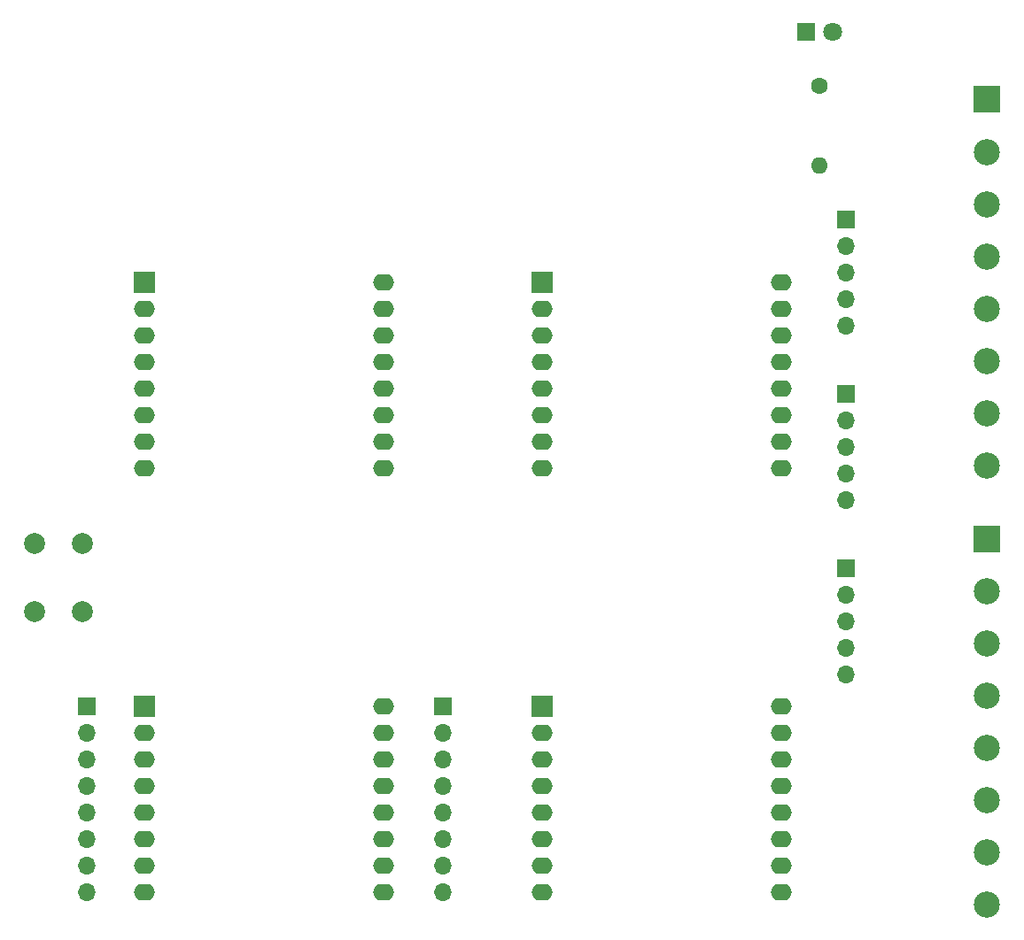
<source format=gbr>
%TF.GenerationSoftware,KiCad,Pcbnew,8.0.3*%
%TF.CreationDate,2024-06-10T16:35:51-04:00*%
%TF.ProjectId,Kicad 8,4b696361-6420-4382-9e6b-696361645f70,rev?*%
%TF.SameCoordinates,Original*%
%TF.FileFunction,Soldermask,Bot*%
%TF.FilePolarity,Negative*%
%FSLAX46Y46*%
G04 Gerber Fmt 4.6, Leading zero omitted, Abs format (unit mm)*
G04 Created by KiCad (PCBNEW 8.0.3) date 2024-06-10 16:35:51*
%MOMM*%
%LPD*%
G01*
G04 APERTURE LIST*
%ADD10C,2.000000*%
%ADD11R,2.000000X2.000000*%
%ADD12O,2.000000X1.600000*%
%ADD13R,1.700000X1.700000*%
%ADD14O,1.700000X1.700000*%
%ADD15C,1.600000*%
%ADD16O,1.600000X1.600000*%
%ADD17R,2.500000X2.500000*%
%ADD18C,2.500000*%
%ADD19R,1.800000X1.800000*%
%ADD20C,1.800000*%
G04 APERTURE END LIST*
D10*
%TO.C,SW1*%
X83000000Y-85500000D03*
X83000000Y-79000000D03*
X87500000Y-85500000D03*
X87500000Y-79000000D03*
%TD*%
D11*
%TO.C,U4*%
X131500000Y-54000000D03*
D12*
X131500000Y-56540000D03*
X131500000Y-59080000D03*
X131500000Y-61620000D03*
X131500000Y-64160000D03*
X131500000Y-66700000D03*
X131500000Y-69240000D03*
X131500000Y-71780000D03*
X154360000Y-71780000D03*
X154360000Y-69240000D03*
X154360000Y-66700000D03*
X154360000Y-64160000D03*
X154360000Y-61620000D03*
X154360000Y-59080000D03*
X154360000Y-56540000D03*
X154360000Y-54000000D03*
%TD*%
D13*
%TO.C,J2*%
X88000000Y-94515000D03*
D14*
X88000000Y-97055000D03*
X88000000Y-99595000D03*
X88000000Y-102135000D03*
X88000000Y-104675000D03*
X88000000Y-107215000D03*
X88000000Y-109755000D03*
X88000000Y-112295000D03*
%TD*%
D15*
%TO.C,R1*%
X158000000Y-35190000D03*
D16*
X158000000Y-42810000D03*
%TD*%
D13*
%TO.C,J1*%
X122000000Y-94515000D03*
D14*
X122000000Y-97055000D03*
X122000000Y-99595000D03*
X122000000Y-102135000D03*
X122000000Y-104675000D03*
X122000000Y-107215000D03*
X122000000Y-109755000D03*
X122000000Y-112295000D03*
%TD*%
D11*
%TO.C,U3*%
X93500000Y-54000000D03*
D12*
X93500000Y-56540000D03*
X93500000Y-59080000D03*
X93500000Y-61620000D03*
X93500000Y-64160000D03*
X93500000Y-66700000D03*
X93500000Y-69240000D03*
X93500000Y-71780000D03*
X116360000Y-71780000D03*
X116360000Y-69240000D03*
X116360000Y-66700000D03*
X116360000Y-64160000D03*
X116360000Y-61620000D03*
X116360000Y-59080000D03*
X116360000Y-56540000D03*
X116360000Y-54000000D03*
%TD*%
D11*
%TO.C,U2*%
X131500000Y-94500000D03*
D12*
X131500000Y-97040000D03*
X131500000Y-99580000D03*
X131500000Y-102120000D03*
X131500000Y-104660000D03*
X131500000Y-107200000D03*
X131500000Y-109740000D03*
X131500000Y-112280000D03*
X154360000Y-112280000D03*
X154360000Y-109740000D03*
X154360000Y-107200000D03*
X154360000Y-104660000D03*
X154360000Y-102120000D03*
X154360000Y-99580000D03*
X154360000Y-97040000D03*
X154360000Y-94500000D03*
%TD*%
D13*
%TO.C,J5*%
X160500000Y-81371200D03*
D14*
X160500000Y-83911200D03*
X160500000Y-86451200D03*
X160500000Y-88991200D03*
X160500000Y-91531200D03*
%TD*%
D13*
%TO.C,J7*%
X160500000Y-48000000D03*
D14*
X160500000Y-50540000D03*
X160500000Y-53080000D03*
X160500000Y-55620000D03*
X160500000Y-58160000D03*
%TD*%
D17*
%TO.C,J4*%
X174000000Y-36500000D03*
D18*
X174000000Y-41500000D03*
X174000000Y-46500000D03*
X174000000Y-51500000D03*
X174000000Y-56500000D03*
X174000000Y-61500000D03*
X174000000Y-66500000D03*
X174000000Y-71500000D03*
%TD*%
D13*
%TO.C,J6*%
X160500000Y-64685600D03*
D14*
X160500000Y-67225600D03*
X160500000Y-69765600D03*
X160500000Y-72305600D03*
X160500000Y-74845600D03*
%TD*%
D17*
%TO.C,J3*%
X174000000Y-78500000D03*
D18*
X174000000Y-83500000D03*
X174000000Y-88500000D03*
X174000000Y-93500000D03*
X174000000Y-98500000D03*
X174000000Y-103500000D03*
X174000000Y-108500000D03*
X174000000Y-113500000D03*
%TD*%
D19*
%TO.C,D1*%
X156725000Y-30000000D03*
D20*
X159265000Y-30000000D03*
%TD*%
D11*
%TO.C,U1*%
X93500000Y-94500000D03*
D12*
X93500000Y-97040000D03*
X93500000Y-99580000D03*
X93500000Y-102120000D03*
X93500000Y-104660000D03*
X93500000Y-107200000D03*
X93500000Y-109740000D03*
X93500000Y-112280000D03*
X116360000Y-112280000D03*
X116360000Y-109740000D03*
X116360000Y-107200000D03*
X116360000Y-104660000D03*
X116360000Y-102120000D03*
X116360000Y-99580000D03*
X116360000Y-97040000D03*
X116360000Y-94500000D03*
%TD*%
M02*

</source>
